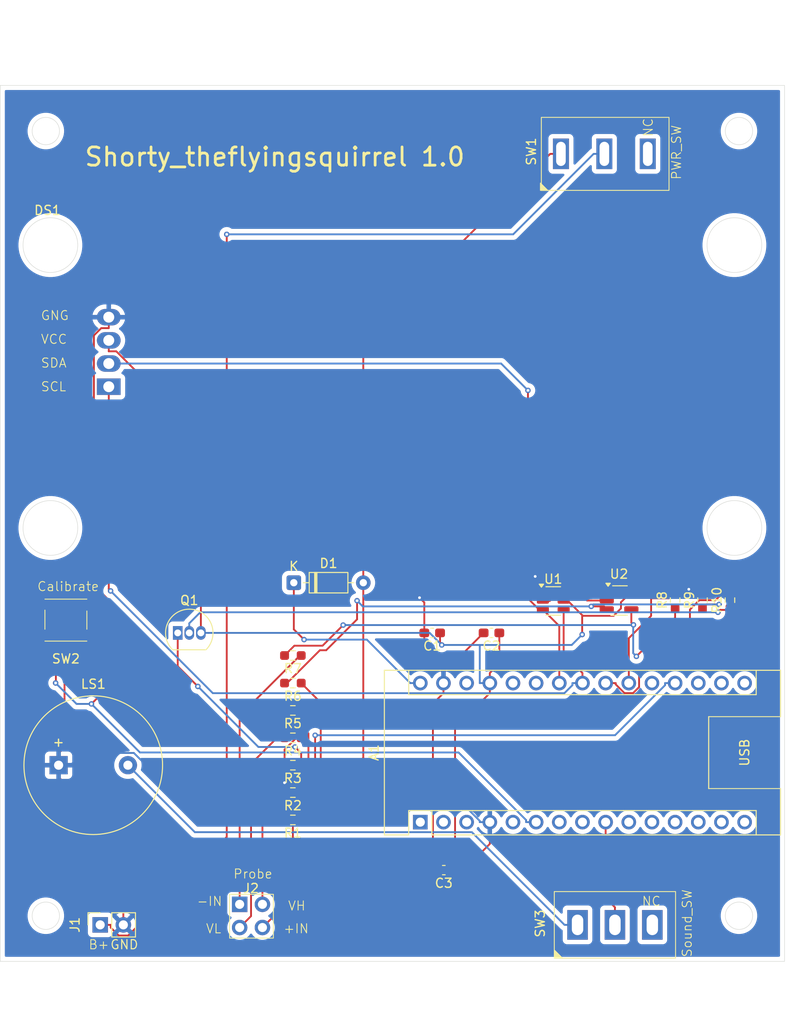
<source format=kicad_pcb>
(kicad_pcb (version 20241229) (generator "pcbnew") (generator_version "9.0")
  (layers (0 "F.Cu" signal) (2 "B.Cu" signal) (13 "F.Paste" user) (15 "B.Paste" user) (5 "F.SilkS" user "F.Silkscreen") (7 "B.SilkS" user "B.Silkscreen") (1 "F.Mask" user) (3 "B.Mask" user) (25 "Edge.Cuts" user))
  (net 0 "")
  (net 2 "Net-(A1-A5)")
  (net 5 "/PowerTrans")
  (net 6 "GND")
  (net 9 "/Vbat{slash}2")
  (net 16 "Net-(A1-D6)")
  (net 17 "Net-(A1-D3)")
  (net 18 "Net-(A1-VIN)")
  (net 21 "/VoutAOP")
  (net 23 "+5V")
  (net 24 "Net-(A1-A4)")
  (net 30 "Net-(D1-A)")
  (net 31 "Net-(J1-9V)")
  (net 32 "Net-(J2-Pad4)")
  (net 33 "Net-(J2-Pad2)")
  (net 34 "Net-(J2-Pad3)")
  (net 35 "Net-(J2-Pad1)")
  (net 36 "Net-(SW3-A)")
  (net 37 "Net-(Q1-B)")
  (net 38 "Net-(Q1-C)")
  (net 39 "Net-(U2-+IN)")
  (net 40 "Net-(U2--IN)")
  (footprint "MyFootPrint:SW_Push_1P1T_4.26" (layer "F.Cu") (at 101.7 88.6)
    (property "Reference" "SW2" (at 0 4.24 0) (layer "F.SilkS"))
    (property "Value" "Tactile_SWT PTS647" (hide yes))
    (fp_line (start -2.3 -2.3) (end 2.3 -2.3) (stroke (width 0.1)) (layer "F.SilkS"))
    (fp_line (start -2.3 1) (end -2.3 -1.1) (stroke (width 0.1)) (layer "F.SilkS"))
    (fp_line (start 2.3 -1) (end 2.3 1) (stroke (width 0.1)) (layer "F.SilkS"))
    (fp_line (start 2.3 2.3) (end -2.3 2.3) (stroke (width 0.1)) (layer "F.SilkS"))
    (pad "1" smd rect (at -2.8 -1.7) (size 2.8 1) (layers "F.Cu" "F.Mask" "F.Paste") (net 6 "GND"))
    (pad "1" smd rect (at 2.8 -1.6) (size 2.8 1) (layers "F.Cu" "F.Mask" "F.Paste") (net 6 "GND"))
    (pad "2" smd rect (at -2.8 1.6) (size 2.8 1) (layers "F.Cu" "F.Mask" "F.Paste") (net 17 "Net-(A1-D3)"))
    (pad "2" smd rect (at 2.8 1.6) (size 2.8 1) (layers "F.Cu" "F.Mask" "F.Paste") (net 17 "Net-(A1-D3)"))
  )
  (footprint "Resistor_SMD:R_0603_1608Metric_Pad0.98x0.95mm_HandSolder" (layer "F.Cu") (at 168.5 86.4125 90)
    (property "Reference" "R8" (at 0 -1.43 90) (layer "F.SilkS"))
    (property "Value" "27k 1% 0603")
    (fp_line (start -0.254724 -0.5225) (end 0.254724 -0.5225) (stroke (width 0.12)) (layer "F.SilkS"))
    (fp_line (start -0.254724 0.5225) (end 0.254724 0.5225) (stroke (width 0.12)) (layer "F.SilkS"))
    (pad "1" smd roundrect (at -0.9125 0 90) (size 0.975 0.95) (layers "F.Cu" "F.Mask" "F.Paste") (net 40 "Net-(U2--IN)"))
    (pad "2" smd roundrect (at 0.9125 0 90) (size 0.975 0.95) (layers "F.Cu" "F.Mask" "F.Paste") (net 21 "/VoutAOP"))
  )
  (footprint "Package_TO_SOT_THT:TO-92_Inline" (layer "F.Cu") (at 113.96 90)
    (property "Reference" "Q1" (at 1.27 -3.56 0) (layer "F.SilkS"))
    (property "Value" "BC557 TO72")
    (fp_line (start -0.53 1.85) (end 3.07 1.85) (stroke (width 0.12)) (layer "F.SilkS"))
    (fp_arc (start -0.568478 1.838478) (mid -1.132087 -0.994977) (end 1.27 -2.6) (stroke (width 0.12)) (layer "F.SilkS"))
    (fp_arc (start 1.27 -2.6) (mid 3.672087 -0.994977) (end 3.108478 1.838478) (stroke (width 0.12)) (layer "F.SilkS"))
    (pad "1" thru_hole rect (at 0 0) (size 1.05 1.5) (drill 0.75) (layers "*.Cu" "*.Mask") (net 38 "Net-(Q1-C)"))
    (pad "2" thru_hole oval (at 1.27 0) (size 1.05 1.5) (drill 0.75) (layers "*.Cu" "*.Mask") (net 37 "Net-(Q1-B)"))
    (pad "3" thru_hole oval (at 2.54 0) (size 1.05 1.5) (drill 0.75) (layers "*.Cu" "*.Mask") (net 23 "+5V"))
  )
  (footprint "Capacitor_SMD:C_0603_1608Metric_Pad1.08x0.95mm_HandSolder" (layer "F.Cu") (at 148.3625 90 180)
    (property "Reference" "C2" (at 0 -1.43 0) (layer "F.SilkS"))
    (property "Value" "10u 16V 0603")
    (fp_line (start -0.146267 0.51) (end 0.146267 0.51) (stroke (width 0.12)) (layer "F.SilkS"))
    (fp_line (start -0.146267 -0.51) (end 0.146267 -0.51) (stroke (width 0.12)) (layer "F.SilkS"))
    (pad "1" smd roundrect (at -0.8625 0 180) (size 1.075 0.95) (layers "F.Cu" "F.Mask" "F.Paste") (net 23 "+5V"))
    (pad "2" smd roundrect (at 0.8625 0 180) (size 1.075 0.95) (layers "F.Cu" "F.Mask" "F.Paste") (net 6 "GND"))
  )
  (footprint "Resistor_SMD:R_0603_1608Metric_Pad0.98x0.95mm_HandSolder" (layer "F.Cu") (at 171.5 86.4125 90)
    (property "Reference" "R9" (at 0 -1.43 90) (layer "F.SilkS"))
    (property "Value" "27k 1% 0603")
    (fp_line (start -0.254724 -0.5225) (end 0.254724 -0.5225) (stroke (width 0.12)) (layer "F.SilkS"))
    (fp_line (start -0.254724 0.5225) (end 0.254724 0.5225) (stroke (width 0.12)) (layer "F.SilkS"))
    (pad "1" smd roundrect (at -0.9125 0 90) (size 0.975 0.95) (layers "F.Cu" "F.Mask" "F.Paste") (net 39 "Net-(U2-+IN)"))
    (pad "2" smd roundrect (at 0.9125 0 90) (size 0.975 0.95) (layers "F.Cu" "F.Mask" "F.Paste") (net 6 "GND"))
  )
  (footprint "MyFootPrint:SW_slide_1x03_P2.54mm_Vertical" (layer "F.Cu") (at 154.8 126 90)
    (property "Reference" "SW3" (at 4.15 -1.1 90) (layer "F.SilkS"))
    (property "Value" "Slide_SWT SS-12D06 3-pin")
    (fp_rect (start 0.35 0.45) (end 7.65 13.75) (stroke (width 0.1)) (fill no) (layer "F.SilkS"))
    (fp_poly (pts (xy 0.4 0.5) (xy 0.4 1.3) (xy 1.2 0.5)) (stroke (width 0.1)) (fill yes) (layer "F.SilkS"))
    (fp_text user "NC" (at 6 10 0) (layer "F.SilkS") (effects (font (thickness 0.1)) (justify left bottom)))
    (fp_text user "Sound_SW" (at 0.4 15.6 90) (layer "F.SilkS") (effects (font (thickness 0.1)) (justify left bottom)))
    (pad "1" thru_hole rect (at 4 3 90) (size 3.25 2.25) (drill oval 2.25 1.25) (layers "*.Cu" "*.Mask") (net 36 "Net-(SW3-A)"))
    (pad "2" thru_hole rect (at 4 7.1 90) (size 3.25 2.25) (drill oval 2.25 1.25) (layers "*.Cu" "*.Mask") (net 16 "Net-(A1-D6)"))
    (pad "3" thru_hole rect (at 4 11.2 90) (size 3.25 2.25) (drill oval 2.25 1.25) (layers "*.Cu" "*.Mask"))
  )
  (footprint "Resistor_SMD:R_0603_1608Metric_Pad0.98x0.95mm_HandSolder" (layer "F.Cu") (at 126.5875 107.5 180)
    (property "Reference" "R2" (at 0 -1.43 0) (layer "F.SilkS"))
    (property "Value" "1k 1% 0603")
    (fp_line (start -0.254724 0.5225) (end 0.254724 0.5225) (stroke (width 0.12)) (layer "F.SilkS"))
    (fp_line (start -0.254724 -0.5225) (end 0.254724 -0.5225) (stroke (width 0.12)) (layer "F.SilkS"))
    (pad "1" smd roundrect (at -0.9125 0 180) (size 0.975 0.95) (layers "F.Cu" "F.Mask" "F.Paste") (net 9 "/Vbat{slash}2"))
    (pad "2" smd roundrect (at 0.9125 0 180) (size 0.975 0.95) (layers "F.Cu" "F.Mask" "F.Paste") (net 6 "GND"))
  )
  (footprint "Resistor_SMD:R_0603_1608Metric_Pad0.98x0.95mm_HandSolder" (layer "F.Cu") (at 126.5875 95.5 180)
    (property "Reference" "R6" (at 0 -1.43 0) (layer "F.SilkS"))
    (property "Value" "1k 1% 0603")
    (fp_line (start -0.254724 0.5225) (end 0.254724 0.5225) (stroke (width 0.12)) (layer "F.SilkS"))
    (fp_line (start -0.254724 -0.5225) (end 0.254724 -0.5225) (stroke (width 0.12)) (layer "F.SilkS"))
    (pad "1" smd roundrect (at -0.9125 0 180) (size 0.975 0.95) (layers "F.Cu" "F.Mask" "F.Paste") (net 32 "Net-(J2-Pad4)"))
    (pad "2" smd roundrect (at 0.9125 0 180) (size 0.975 0.95) (layers "F.Cu" "F.Mask" "F.Paste") (net 39 "Net-(U2-+IN)"))
  )
  (footprint "Resistor_SMD:R_0603_1608Metric_Pad0.98x0.95mm_HandSolder" (layer "F.Cu") (at 174.51 86.4125 90)
    (property "Reference" "R10" (at 0 -1.43 90) (layer "F.SilkS"))
    (property "Value" "2k 1% 0603")
    (fp_line (start -0.254724 -0.5225) (end 0.254724 -0.5225) (stroke (width 0.12)) (layer "F.SilkS"))
    (fp_line (start -0.254724 0.5225) (end 0.254724 0.5225) (stroke (width 0.12)) (layer "F.SilkS"))
    (pad "1" smd roundrect (at -0.9125 0 90) (size 0.975 0.95) (layers "F.Cu" "F.Mask" "F.Paste") (net 37 "Net-(Q1-B)"))
    (pad "2" smd roundrect (at 0.9125 0 90) (size 0.975 0.95) (layers "F.Cu" "F.Mask" "F.Paste") (net 5 "/PowerTrans"))
  )
  (footprint "MyFootPrint:WC1602A_I2C" (layer "F.Cu") (at 105.5005 47.4993)
    (property "Reference" "DS1" (at -5.82 -3.81 0) (layer "F.SilkS"))
    (property "Value" "WC1602_I2C")
    (fp_text user "SDA" (at -6.6 13.5 0) (layer "F.SilkS") (effects (font (thickness 0.1)) (justify left bottom)))
    (fp_text user "VCC" (at -6.6 10.9 0) (layer "F.SilkS") (effects (font (thickness 0.1)) (justify left bottom)))
    (fp_text user "GNG" (at -6.6 8.3 0) (layer "F.SilkS") (effects (font (thickness 0.1)) (justify left bottom)))
    (fp_text user "SCL" (at -6.6 16.1 0) (layer "F.SilkS") (effects (font (thickness 0.1)) (justify left bottom)))
    (pad "1" thru_hole rect (at 0.9 15.52 90) (size 1.8 2.6) (drill 1.2) (layers "*.Cu" "*.Mask") (net 24 "Net-(A1-A4)"))
    (pad "2" thru_hole oval (at 0.9 12.98 90) (size 1.8 2.6) (drill 1.2) (layers "*.Cu" "*.Mask") (net 2 "Net-(A1-A5)"))
    (pad "3" thru_hole oval (at 0.9 10.44 90) (size 1.8 2.6) (drill 1.2) (layers "*.Cu" "*.Mask") (net 23 "+5V"))
    (pad "4" thru_hole oval (at 0.9 7.9 90) (size 1.8 2.6) (drill 1.2) (layers "*.Cu" "*.Mask") (net 6 "GND"))
  )
  (footprint "MyFootPrint:SW_toggle_1x03_P2.54mm_Vertical" (layer "F.Cu") (at 153.73 41.5 90)
    (property "Reference" "SW1" (at 4.25 -1 90) (layer "F.SilkS"))
    (property "Value" "Toggle_SWT MTS-103 AC 125V/6A 250V/3A")
    (fp_rect (start 0 0.1) (end 8 14.1) (stroke (width 0.1)) (fill no) (layer "F.SilkS"))
    (fp_poly (pts (xy 0 0) (xy 0 0.8) (xy 0.8 0)) (stroke (width 0.1)) (fill yes) (layer "F.SilkS"))
    (fp_text user "NC" (at 5.8 12.4 90) (layer "F.SilkS") (effects (font (thickness 0.1)) (justify left bottom)))
    (fp_text user "PWR_SW" (at 1.1 15.5 90) (layer "F.SilkS") (effects (font (thickness 0.1)) (justify left bottom)))
    (pad "1" thru_hole rect (at 4 2.25 90) (size 3.35 1.75) (drill oval 2.65 1.05) (layers "*.Cu" "*.Mask") (net 30 "Net-(D1-A)"))
    (pad "2" thru_hole rect (at 4 7.01 90) (size 3.35 1.75) (drill oval 2.65 1.05) (layers "*.Cu" "*.Mask") (net 31 "Net-(J1-9V)"))
    (pad "3" thru_hole rect (at 4 11.77 90) (size 3.35 1.75) (drill oval 2.65 1.05) (layers "*.Cu" "*.Mask"))
  )
  (footprint "MyFootPrint:Arduino_Nano_USB_nosilkscreen" (layer "F.Cu") (at 140.56 110.74 90)
    (property "Reference" "A1" (at 7.62 -5.08 90) (layer "F.SilkS"))
    (property "Value" "Arduino_Nano_v3.x")
    (fp_line (start 16.64 -3.94) (end -1.4 -3.94) (stroke (width 0.12)) (layer "F.SilkS"))
    (fp_line (start -1.4 -3.94) (end -1.4 -1.27) (stroke (width 0.12)) (layer "F.SilkS"))
    (fp_line (start 13.97 -1.27) (end 16.64 -1.27) (stroke (width 0.12)) (layer "F.SilkS"))
    (fp_line (start 13.97 -1.27) (end 13.97 36.83) (stroke (width 0.12)) (layer "F.SilkS"))
    (fp_line (start 1.27 -1.27) (end -1.4 -1.27) (stroke (width 0.12)) (layer "F.SilkS"))
    (fp_line (start 1.27 1.27) (end 1.27 -1.27) (stroke (width 0.12)) (layer "F.SilkS"))
    (fp_line (start 1.27 1.27) (end -1.4 1.27) (stroke (width 0.12)) (layer "F.SilkS"))
    (fp_line (start 1.27 1.27) (end 1.27 36.83) (stroke (width 0.12)) (layer "F.SilkS"))
    (fp_line (start -1.4 1.27) (end -1.4 39.5) (stroke (width 0.12)) (layer "F.SilkS"))
    (fp_line (start 11.56 31.62) (end 11.56 39.5) (stroke (width 0.1)) (layer "F.SilkS"))
    (fp_line (start 3.68 31.62) (end 11.56 31.62) (stroke (width 0.12)) (layer "F.SilkS"))
    (fp_line (start 3.68 31.62) (end 3.68 39.5) (stroke (width 0.1)) (layer "F.SilkS"))
    (fp_line (start 13.97 36.83) (end 16.64 36.83) (stroke (width 0.12)) (layer "F.SilkS"))
    (fp_line (start 1.27 36.83) (end -1.4 36.83) (stroke (width 0.12)) (layer "F.SilkS"))
    (fp_line (start 16.64 39.5) (end 16.64 -3.94) (stroke (width 0.12)) (layer "F.SilkS"))
    (fp_line (start 16.64 39.5) (end 11.56 39.5) (stroke (width 0.12)) (layer "F.SilkS"))
    (fp_line (start -1.4 39.5) (end 3.68 39.5) (stroke (width 0.12)) (layer "F.SilkS"))
    (fp_text user "USB" (at 7.62 35.56 90) (layer "F.SilkS"))
    (pad "1" thru_hole rect (at 0 0 90) (size 1.6 1.6) (drill 1) (layers "*.Cu" "*.Mask"))
    (pad "2" thru_hole oval (at 0 2.54 90) (size 1.6 1.6) (drill 1) (layers "*.Cu" "*.Mask"))
    (pad "3" thru_hole oval (at 0 5.08 90) (size 1.6 1.6) (drill 1) (layers "*.Cu" "*.Mask"))
    (pad "4" thru_hole oval (at 0 7.62 90) (size 1.6 1.6) (drill 1) (layers "*.Cu" "*.Mask") (net 6 "GND"))
    (pad "5" thru_hole oval (at 0 10.16 90) (size 1.6 1.6) (drill 1) (layers "*.Cu" "*.Mask"))
    (pad "6" thru_hole oval (at 0 12.7 90) (size 1.6 1.6) (drill 1) (layers "*.Cu" "*.Mask") (net 17 "Net-(A1-D3)"))
    (pad "7" thru_hole oval (at 0 15.24 90) (size 1.6 1.6) (drill 1) (layers "*.Cu" "*.Mask"))
    (pad "8" thru_hole oval (at 0 17.78 90) (size 1.6 1.6) (drill 1) (layers "*.Cu" "*.Mask"))
    (pad "9" thru_hole oval (at 0 20.32 90) (size 1.6 1.6) (drill 1) (layers "*.Cu" "*.Mask") (net 16 "Net-(A1-D6)"))
    (pad "10" thru_hole oval (at 0 22.86 90) (size 1.6 1.6) (drill 1) (layers "*.Cu" "*.Mask"))
    (pad "11" thru_hole oval (at 0 25.4 90) (size 1.6 1.6) (drill 1) (layers "*.Cu" "*.Mask"))
    (pad "12" thru_hole oval (at 0 27.94 90) (size 1.6 1.6) (drill 1) (layers "*.Cu" "*.Mask"))
    (pad "13" thru_hole oval (at 0 30.48 90) (size 1.6 1.6) (drill 1) (layers "*.Cu" "*.Mask"))
    (pad "14" thru_hole oval (at 0 33.02 90) (size 1.6 1.6) (drill 1) (layers "*.Cu" "*.Mask"))
    (pad "15" thru_hole oval (at 0 35.56 90) (size 1.6 1.6) (drill 1) (layers "*.Cu" "*.Mask"))
    (pad "16" thru_hole oval (at 15.24 35.56 90) (size 1.6 1.6) (drill 1) (layers "*.Cu" "*.Mask"))
    (pad "17" thru_hole oval (at 15.24 33.02 90) (size 1.6 1.6) (drill 1) (layers "*.Cu" "*.Mask"))
    (pad "18" thru_hole oval (at 15.24 30.48 90) (size 1.6 1.6) (drill 1) (layers "*.Cu" "*.Mask"))
    (pad "19" thru_hole oval (at 15.24 27.94 90) (size 1.6 1.6) (drill 1) (layers "*.Cu" "*.Mask") (net 9 "/Vbat{slash}2"))
    (pad "20" thru_hole oval (at 15.24 25.4 90) (size 1.6 1.6) (drill 1) (layers "*.Cu" "*.Mask"))
    (pad "21" thru_hole oval (at 15.24 22.86 90) (size 1.6 1.6) (drill 1) (layers "*.Cu" "*.Mask") (net 21 "/VoutAOP"))
    (pad "22" thru_hole oval (at 15.24 20.32 90) (size 1.6 1.6) (drill 1) (layers "*.Cu" "*.Mask") (net 5 "/PowerTrans"))
    (pad "23" thru_hole oval (at 15.24 17.78 90) (size 1.6 1.6) (drill 1) (layers "*.Cu" "*.Mask") (net 24 "Net-(A1-A4)"))
    (pad "24" thru_hole oval (at 15.24 15.24 90) (size 1.6 1.6) (drill 1) (layers "*.Cu" "*.Mask") (net 2 "Net-(A1-A5)"))
    (pad "25" thru_hole oval (at 15.24 12.7 90) (size 1.6 1.6) (drill 1) (layers "*.Cu" "*.Mask"))
    (pad "26" thru_hole oval (at 15.24 10.16 90) (size 1.6 1.6) (drill 1) (layers "*.Cu" "*.Mask"))
    (pad "27" thru_hole oval (at 15.24 7.62 90) (size 1.6 1.6) (drill 1) (layers "*.Cu" "*.Mask") (net 23 "+5V"))
    (pad "28" thru_hole oval (at 15.24 5.08 90) (size 1.6 1.6) (drill 1) (layers "*.Cu" "*.Mask"))
    (pad "29" thru_hole oval (at 15.24 2.54 90) (size 1.6 1.6) (drill 1) (layers "*.Cu" "*.Mask") (net 6 "GND"))
    (pad "30" thru_hole oval (at 15.24 0 90) (size 1.6 1.6) (drill 1) (layers "*.Cu" "*.Mask") (net 18 "Net-(A1-VIN)"))
  )
  (footprint "Resistor_SMD:R_0603_1608Metric_Pad0.98x0.95mm_HandSolder" (layer "F.Cu") (at 126.5875 98.5 180)
    (property "Reference" "R5" (at 0 -1.43 0) (layer "F.SilkS"))
    (property "Value" "1 1% 0603")
    (fp_line (start -0.254724 0.5225) (end 0.254724 0.5225) (stroke (width 0.12)) (layer "F.SilkS"))
    (fp_line (start -0.254724 -0.5225) (end 0.254724 -0.5225) (stroke (width 0.12)) (layer "F.SilkS"))
    (pad "1" smd roundrect (at -0.9125 0 180) (size 0.975 0.95) (layers "F.Cu" "F.Mask" "F.Paste") (net 33 "Net-(J2-Pad2)"))
    (pad "2" smd roundrect (at 0.9125 0 180) (size 0.975 0.95) (layers "F.Cu" "F.Mask" "F.Paste") (net 6 "GND"))
  )
  (footprint "Package_TO_SOT_SMD:SOT-23-5_HandSoldering" (layer "F.Cu") (at 162.35 86.45)
    (property "Reference" "U2" (at 0 -2.9 0) (layer "F.SilkS"))
    (property "Value" "AD8628")
    (fp_line (start -0.9 1.61) (end 0.9 1.61) (stroke (width 0.12)) (layer "F.SilkS"))
    (fp_line (start 0.1 -1.61) (end -0.7 -1.61) (stroke (width 0.12)) (layer "F.SilkS"))
    (fp_line (start 0.1 -1.61) (end 0.9 -1.61) (stroke (width 0.12)) (layer "F.SilkS"))
    (fp_poly (pts (xy -1.2 -1.56) (xy -1.44 -1.89) (xy -0.96 -1.89) (xy -1.2 -1.56)) (stroke (width 0.12)) (fill yes) (layer "F.SilkS"))
    (pad "1" smd roundrect (at -1.35 -0.95) (size 1.56 0.65) (layers "F.Cu" "F.Mask" "F.Paste") (net 21 "/VoutAOP"))
    (pad "2" smd roundrect (at -1.35 0) (size 1.56 0.65) (layers "F.Cu" "F.Mask" "F.Paste") (net 6 "GND"))
    (pad "3" smd roundrect (at -1.35 0.95) (size 1.56 0.65) (layers "F.Cu" "F.Mask" "F.Paste") (net 39 "Net-(U2-+IN)"))
    (pad "4" smd roundrect (at 1.35 0.95) (size 1.56 0.65) (layers "F.Cu" "F.Mask" "F.Paste") (net 40 "Net-(U2--IN)"))
    (pad "5" smd roundrect (at 1.35 -0.95) (size 1.56 0.65) (layers "F.Cu" "F.Mask" "F.Paste") (net 23 "+5V"))
  )
  (footprint "MyFootPrint:PinSocket_1x02_P2.54mm_Vertical_NoModel" (layer "F.Cu") (at 105.46 122 90)
    (property "Reference" "J1" (at 0 -2.77 90) (layer "F.SilkS"))
    (property "Value" "9V Bat")
    (fp_line (start 1.33 -1.33) (end 1.33 0) (stroke (width 0.12)) (layer "F.SilkS"))
    (fp_line (start 0 -1.33) (end 1.33 -1.33) (stroke (width 0.12)) (layer "F.SilkS"))
    (fp_line (start 1.33 1.27) (end 1.33 3.87) (stroke (width 0.12)) (layer "F.SilkS"))
    (fp_line (start -1.33 1.27) (end 1.33 1.27) (stroke (width 0.12)) (layer "F.SilkS"))
    (fp_line (start -1.33 1.27) (end -1.33 3.87) (stroke (width 0.12)) (layer "F.SilkS"))
    (fp_line (start -1.33 3.87) (end 1.33 3.87) (stroke (width 0.12)) (layer "F.SilkS"))
    (pad "1" thru_hole rect (at 0 0 90) (size 1.7 1.7) (drill 1) (layers "*.Cu" "*.Mask") (net 31 "Net-(J1-9V)"))
    (pad "2" thru_hole circle (at 0 2.54 90) (size 1.7 1.7) (drill 1) (layers "*.Cu" "*.Mask") (net 6 "GND"))
  )
  (footprint "Capacitor_SMD:C_0603_1608Metric_Pad1.08x0.95mm_HandSolder" (layer "F.Cu") (at 143.1375 116 180)
    (property "Reference" "C3" (at 0 -1.43 0) (layer "F.SilkS"))
    (property "Value" "10u 16V 0603")
    (fp_line (start -0.146267 0.51) (end 0.146267 0.51) (stroke (width 0.12)) (layer "F.SilkS"))
    (fp_line (start -0.146267 -0.51) (end 0.146267 -0.51) (stroke (width 0.12)) (layer "F.SilkS"))
    (pad "1" smd roundrect (at -0.8625 0 180) (size 1.075 0.95) (layers "F.Cu" "F.Mask" "F.Paste") (net 23 "+5V"))
    (pad "2" smd roundrect (at 0.8625 0 180) (size 1.075 0.95) (layers "F.Cu" "F.Mask" "F.Paste") (net 6 "GND"))
  )
  (footprint "Resistor_SMD:R_0603_1608Metric_Pad0.98x0.95mm_HandSolder" (layer "F.Cu") (at 126.5875 101.5 180)
    (property "Reference" "R4" (at 0 -1.43 0) (layer "F.SilkS"))
    (property "Value" "2 1% 0603")
    (fp_line (start -0.254724 0.5225) (end 0.254724 0.5225) (stroke (width 0.12)) (layer "F.SilkS"))
    (fp_line (start -0.254724 -0.5225) (end 0.254724 -0.5225) (stroke (width 0.12)) (layer "F.SilkS"))
    (pad "1" smd roundrect (at -0.9125 0 180) (size 0.975 0.95) (layers "F.Cu" "F.Mask" "F.Paste") (net 34 "Net-(J2-Pad3)"))
    (pad "2" smd roundrect (at 0.9125 0 180) (size 0.975 0.95) (layers "F.Cu" "F.Mask" "F.Paste") (net 33 "Net-(J2-Pad2)"))
  )
  (footprint "Resistor_SMD:R_0603_1608Metric_Pad0.98x0.95mm_HandSolder" (layer "F.Cu") (at 126.5875 104.5 180)
    (property "Reference" "R3" (at 0 -1.43 0) (layer "F.SilkS"))
    (property "Value" "82 1% 0603")
    (fp_line (start -0.254724 0.5225) (end 0.254724 0.5225) (stroke (width 0.12)) (layer "F.SilkS"))
    (fp_line (start -0.254724 -0.5225) (end 0.254724 -0.5225) (stroke (width 0.12)) (layer "F.SilkS"))
    (pad "1" smd roundrect (at -0.9125 0 180) (size 0.975 0.95) (layers "F.Cu" "F.Mask" "F.Paste") (net 38 "Net-(Q1-C)"))
    (pad "2" smd roundrect (at 0.9125 0 180) (size 0.975 0.95) (layers "F.Cu" "F.Mask" "F.Paste") (net 34 "Net-(J2-Pad3)"))
  )
  (footprint "Resistor_SMD:R_0603_1608Metric_Pad0.98x0.95mm_HandSolder" (layer "F.Cu") (at 126.5875 92.48 180)
    (property "Reference" "R7" (at 0 -1.43 0) (layer "F.SilkS"))
    (property "Value" "1k 1% 0603")
    (fp_line (start -0.254724 0.5225) (end 0.254724 0.5225) (stroke (width 0.12)) (layer "F.SilkS"))
    (fp_line (start -0.254724 -0.5225) (end 0.254724 -0.5225) (stroke (width 0.12)) (layer "F.SilkS"))
    (pad "1" smd roundrect (at -0.9125 0 180) (size 0.975 0.95) (layers "F.Cu" "F.Mask" "F.Paste") (net 35 "Net-(J2-Pad1)"))
    (pad "2" smd roundrect (at 0.9125 0 180) (size 0.975 0.95) (layers "F.Cu" "F.Mask" "F.Paste") (net 40 "Net-(U2--IN)"))
  )
  (footprint "Resistor_SMD:R_0603_1608Metric_Pad0.98x0.95mm_HandSolder" (layer "F.Cu") (at 126.5875 110.5 180)
    (property "Reference" "R1" (at 0 -1.43 0) (layer "F.SilkS"))
    (property "Value" "1k 1% 0603")
    (fp_line (start -0.254724 0.5225) (end 0.254724 0.5225) (stroke (width 0.12)) (layer "F.SilkS"))
    (fp_line (start -0.254724 -0.5225) (end 0.254724 -0.5225) (stroke (width 0.12)) (layer "F.SilkS"))
    (pad "1" smd roundrect (at -0.9125 0 180) (size 0.975 0.95) (layers "F.Cu" "F.Mask" "F.Paste") (net 30 "Net-(D1-A)"))
    (pad "2" smd roundrect (at 0.9125 0 180) (size 0.975 0.95) (layers "F.Cu" "F.Mask" "F.Paste") (net 9 "/Vbat{slash}2"))
  )
  (footprint "Capacitor_SMD:C_0603_1608Metric_Pad1.08x0.95mm_HandSolder" (layer "F.Cu") (at 141.8625 90 180)
    (property "Reference" "C1" (at 0 -1.43 0) (layer "F.SilkS"))
    (property "Value" "100n 50V 0603")
    (fp_line (start -0.146267 0.51) (end 0.146267 0.51) (stroke (width 0.12)) (layer "F.SilkS"))
    (fp_line (start -0.146267 -0.51) (end 0.146267 -0.51) (stroke (width 0.12)) (layer "F.SilkS"))
    (pad "1" smd roundrect (at -0.8625 0 180) (size 1.075 0.95) (layers "F.Cu" "F.Mask" "F.Paste") (net 23 "+5V"))
    (pad "2" smd roundrect (at 0.8625 0 180) (size 1.075 0.95) (layers "F.Cu" "F.Mask" "F.Paste") (net 6 "GND"))
  )
  (footprint "Diode_THT:D_DO-35_SOD27_P7.62mm_Horizontal" (layer "F.Cu") (at 126.69 84.5)
    (property "Reference" "D1" (at 3.81 -2.12 0) (layer "F.SilkS"))
    (property "Value" "1N4148")
    (fp_line (start 1.04 0) (end 1.69 0) (stroke (width 0.12)) (layer "F.SilkS"))
    (fp_line (start 2.29 -1.12) (end 2.29 1.12) (stroke (width 0.12)) (layer "F.SilkS"))
    (fp_line (start 2.41 -1.12) (end 2.41 1.12) (stroke (width 0.12)) (layer "F.SilkS"))
    (fp_line (start 2.53 -1.12) (end 2.53 1.12) (stroke (width 0.12)) (layer "F.SilkS"))
    (fp_line (start 6.58 0) (end 5.93 0) (stroke (width 0.12)) (layer "F.SilkS"))
    (fp_rect (start 1.69 -1.12) (end 5.93 1.12) (stroke (width 0.12)) (fill no) (layer "F.SilkS"))
    (fp_text user "K" (at 0 -1.8 0) (layer "F.SilkS"))
    (pad "1" thru_hole roundrect (at 0 0) (size 1.6 1.6) (drill 0.8) (layers "*.Cu" "*.Mask") (roundrect_rratio 0.15625) (net 18 "Net-(A1-VIN)"))
    (pad "2" thru_hole circle (at 7.62 0) (size 1.6 1.6) (drill 0.8) (layers "*.Cu" "*.Mask") (net 30 "Net-(D1-A)"))
  )
  (footprint "Buzzer_Beeper:Buzzer_15x7.5RM7.6" (layer "F.Cu") (at 100.9 104.5)
    (property "Reference" "LS1" (at 3.81 -8.89 0) (layer "F.SilkS"))
    (property "Value" "Buzzer_15x7.5RM7.6")
    (fp_circle (center 3.8 0) (end 11.4 0) (stroke (width 0.12)) (fill no) (layer "F.SilkS"))
    (fp_text user "+" (at -0.01 -2.54 0) (layer "F.SilkS"))
    (pad "1" thru_hole rect (at 0 0) (size 2 2) (drill 1) (layers "*.Cu" "*.Mask") (net 6 "GND"))
    (pad "2" thru_hole circle (at 7.6 0) (size 2 2) (drill 1) (layers "*.Cu" "*.Mask") (net 36 "Net-(SW3-A)"))
  )
  (footprint "Package_TO_SOT_SMD:SOT-23-6" (layer "F.Cu") (at 155.1375 86.5)
    (property "Reference" "U1" (at 0 -2.4 0) (layer "F.SilkS"))
    (property "Value" "MCP3421A0T-ECH")
    (fp_line (start 0 -1.56) (end -0.8 -1.56) (stroke (width 0.12)) (layer "F.SilkS"))
    (fp_line (start 0 -1.56) (end 0.8 -1.56) (stroke (width 0.12)) (layer "F.SilkS"))
    (fp_line (start 0 1.56) (end -0.8 1.56) (stroke (width 0.12)) (layer "F.SilkS"))
    (fp_line (start 0 1.56) (end 0.8 1.56) (stroke (width 0.12)) (layer "F.SilkS"))
    (fp_poly (pts (xy -1.3 -1.51) (xy -1.54 -1.84) (xy -1.06 -1.84)) (stroke (width 0.12)) (fill yes) (layer "F.SilkS"))
    (pad "1" smd roundrect (at -1.1375 -0.95) (size 1.325 0.6) (layers "F.Cu" "F.Mask" "F.Paste") (net 21 "/VoutAOP"))
    (pad "2" smd roundrect (at -1.1375 0) (size 1.325 0.6) (layers "F.Cu" "F.Mask" "F.Paste") (net 6 "GND"))
    (pad "3" smd roundrect (at -1.1375 0.95) (size 1.325 0.6) (layers "F.Cu" "F.Mask" "F.Paste") (net 2 "Net-(A1-A5)"))
    (pad "4" smd roundrect (at 1.1375 0.95) (size 1.325 0.6) (layers "F.Cu" "F.Mask" "F.Paste") (net 24 "Net-(A1-A4)"))
    (pad "5" smd roundrect (at 1.1375 0) (size 1.325 0.6) (layers "F.Cu" "F.Mask" "F.Paste") (net 23 "+5V"))
    (pad "6" smd roundrect (at 1.1375 -0.95) (size 1.325 0.6) (layers "F.Cu" "F.Mask" "F.Paste") (net 6 "GND"))
  )
  (footprint "MyFootPrint:PinHeader_1x04_P2.54mm_Square" (layer "F.Cu") (at 120.75 119.75)
    (property "Reference" "J2" (at 1.25 -1.75 0) (layer "F.SilkS"))
    (property "Value" "DIN-4_Probe GX16-4")
    (fp_rect (start -1.1 -1.1) (end 3.7 3.7) (stroke (width 0.1)) (fill no) (layer "F.SilkS"))
    (pad "1" thru_hole rect (at 0 0) (size 1.7 1.7) (drill 1) (layers "*.Cu" "*.Mask") (net 35 "Net-(J2-Pad1)"))
    (pad "2" thru_hole circle (at 0 2.54) (size 1.7 1.7) (drill 1) (layers "*.Cu" "*.Mask") (net 33 "Net-(J2-Pad2)"))
    (pad "3" thru_hole circle (at 2.5 0) (size 1.7 1.7) (drill 1) (layers "*.Cu" "*.Mask") (net 34 "Net-(J2-Pad3)"))
    (pad "4" thru_hole circle (at 2.5 2.54) (size 1.7 1.7) (drill 1) (layers "*.Cu" "*.Mask") (net 32 "Net-(J2-Pad4)"))
  )
  (gr_circle (center 175.5 121) (end 177 121) (stroke (width 0.05)) (fill no) (layer "Edge.Cuts"))
  (gr_circle (center 99.5 35) (end 101 35) (stroke (width 0.05)) (fill no) (layer "Edge.Cuts"))
  (gr_rect (start 94.5 30) (end 180.5 126) (stroke (width 0.05)) (fill no) (layer "Edge.Cuts"))
  (gr_circle (center 175 78.5) (end 178 78.5) (stroke (width 0.05)) (fill no) (layer "Edge.Cuts"))
  (gr_circle (center 175.5 35) (end 177 35) (stroke (width 0.05)) (fill no) (layer "Edge.Cuts"))
  (gr_circle (center 175 47.5) (end 178 47.5) (stroke (width 0.05)) (fill no) (layer "Edge.Cuts"))
  (gr_circle (center 100 47.5) (end 103 47.5) (stroke (width 0.05)) (fill no) (layer "Edge.Cuts"))
  (gr_circle (center 100 78.5) (end 103 78.5) (stroke (width 0.05)) (fill no) (layer "Edge.Cuts"))
  (gr_circle (center 99.5 121) (end 101 121) (stroke (width 0.05)) (fill no) (layer "Edge.Cuts"))
  (gr_text "Shorty_theflyingsquirrel 1.0" (at 103.6 39 0) (layer "F.SilkS") (effects (font (size 2 2) (thickness 0.3)) (justify left bottom)))
  (gr_text "VH" (at 126 120.5 0) (layer "F.SilkS") (effects (font (size 1 1) (thickness 0.1)) (justify left bottom)))
  (gr_text "+IN" (at 125.5 123 0) (layer "F.SilkS") (effects (font (size 1 1) (thickness 0.1)) (justify left bottom)))
  (gr_text "Probe" (at 120 117 0) (layer "F.SilkS") (effects (font (size 1 1) (thickness 0.1)) (justify left bottom)))
  (gr_text "GND" (at 106.5 124.75 0) (layer "F.SilkS") (effects (font (size 1 1) (thickness 0.125)) (justify left bottom)))
  (gr_text "-IN" (at 116 120 0) (layer "F.SilkS") (effects (font (size 1 1) (thickness 0.1)) (justify left bottom)))
  (gr_text "VL" (at 117 123 0) (layer "F.SilkS") (effects (font (size 1 1) (thickness 0.1)) (justify left bottom)))
  (gr_text "Calibrate" (at 98.5 85.5 0) (layer "F.SilkS") (effects (font (size 1 1) (thickness 0.1)) (justify left bottom)))
  (gr_text "B+" (at 104.13 124.75 0) (layer "F.SilkS") (effects (font (size 1 1) (thickness 0.1)) (justify left bottom)))
  (segment (start 155.8 89.25) (end 154 87.45) (width 0.2) (layer "F.Cu") (net 2))
  (segment (start 152.3638 86.2249) (end 153.5889 87.45) (width 0.2) (layer "F.Cu") (net 2))
  (segment (start 153.5889 87.45) (end 154 87.45) (width 0.2) (layer "F.Cu") (net 2))
  (segment (start 155.8 95.5) (end 155.8 89.25) (width 0.2) (layer "F.Cu") (net 2))
  (segment (start 152.3638 63.4232) (end 152.3638 86.2249) (width 0.2) (layer "F.Cu") (net 2))
  (via (at 152.3638 63.4232) (size 0.6) (drill 0.3) (layers "F.Cu" "B.Cu") (net 2))
  (segment (start 152.3638 63.4232) (end 149.4199 60.4793) (width 0.2) (layer "B.Cu") (net 2))
  (segment (start 149.4199 60.4793) (end 106.4005 60.4793) (width 0.2) (layer "B.Cu") (net 2))
  (segment (start 162.9456 96.6017) (end 161.9817 95.6378) (width 0.2) (layer "F.Cu") (net 5))
  (segment (start 161.9817 95.6378) (end 161.9817 95.5) (width 0.2) (layer "F.Cu") (net 5))
  (segment (start 170.1239 87.4448) (end 170.1239 88.3674) (width 0.2) (layer "F.Cu") (net 5))
  (segment (start 171.1562 86.4125) (end 170.1239 87.4448) (width 0.2) (layer "F.Cu") (net 5))
  (segment (start 160.88 95.5) (end 161.9817 95.5) (width 0.2) (layer "F.Cu") (net 5))
  (segment (start 172.9396 86.4125) (end 171.1562 86.4125) (width 0.2) (layer "F.Cu") (net 5))
  (segment (start 174.51 85.5) (end 173.8521 85.5) (width 0.2) (layer "F.Cu") (net 5))
  (segment (start 173.8521 85.5) (end 172.9396 86.4125) (width 0.2) (layer "F.Cu") (net 5))
  (segment (start 170.1239 88.3674) (end 164.5485 93.9428) (width 0.2) (layer "F.Cu") (net 5))
  (segment (start 164.5485 95.9384) (end 163.8852 96.6017) (width 0.2) (layer "F.Cu") (net 5))
  (segment (start 164.5485 93.9428) (end 164.5485 95.9384) (width 0.2) (layer "F.Cu") (net 5))
  (segment (start 163.8852 96.6017) (end 162.9456 96.6017) (width 0.2) (layer "F.Cu") (net 5))
  (segment (start 144.5213 116.7892) (end 143.0642 116.7892) (width 0.2) (layer "F.Cu") (net 6))
  (segment (start 100.9 105.1508) (end 100.9 105.8017) (width 0.2) (layer "F.Cu") (net 6))
  (segment (start 108 122) (end 108 112.9017) (width 0.2) (layer "F.Cu") (net 6))
  (segment (start 105.5743 56.601) (end 104.7686 57.4067) (width 0.2) (layer "F.Cu") (net 6))
  (segment (start 104.7686 57.4067) (end 104.7686 84.7652) (width 0.2) (layer "F.Cu") (net 6))
  (segment (start 125.6735 106.4211) (end 126.1429 106.8905) (width 0.2) (layer "F.Cu") (net 6))
  (segment (start 154.7519 86.5) (end 154 86.5) (width 0.2) (layer "F.Cu") (net 6))
  (segment (start 128.2942 101.0273) (end 125.7669 98.5) (width 0.2) (layer "F.Cu") (net 6))
  (segment (start 143.1 95.5) (end 143.1 96.6017) (width 0.2) (layer "F.Cu") (net 6))
  (segment (start 104.5 87) (end 106.2017 87) (width 0.2) (layer "F.Cu") (net 6))
  (segment (start 108 112.9017) (end 100.9 105.8017) (width 0.2) (layer "F.Cu") (net 6))
  (segment (start 106.2017 86.1983) (end 106.2017 87) (width 0.2) (layer "F.Cu") (net 6))
  (segment (start 98.9 86.9) (end 101.4492 86.9) (width 0.2) (layer "F.Cu") (net 6))
  (segment (start 125.7669 98.5) (end 125.675 98.5) (width 0.2) (layer "F.Cu") (net 6))
  (segment (start 141 90) (end 141 86.6679) (width 0.2) (layer "F.Cu") (net 6))
  (segment (start 156.275 85.55) (end 155.7019 85.55) (width 0.2) (layer "F.Cu") (net 6))
  (segment (start 101.4492 86.9) (end 101.5492 87) (width 0.2) (layer "F.Cu") (net 6))
  (segment (start 100.9 105.1508) (end 100.9 104.5) (width 0.2) (layer "F.Cu") (net 6))
  (segment (start 104.7686 84.7652) (end 106.2017 86.1983) (width 0.2) (layer "F.Cu") (net 6))
  (segment (start 153.0286 83.939) (end 153.0286 85.9251) (width 0.2) (layer "F.Cu") (net 6))
  (segment (start 142.275 116) (end 141.9415 115.6665) (width 0.2) (layer "F.Cu") (net 6))
  (segment (start 141.9415 97.7602) (end 143.1 96.6017) (width 0.2) (layer "F.Cu") (net 6))
  (segment (start 148.18 110.74) (end 148.18 113.1305) (width 0.2) (layer "F.Cu") (net 6))
  (segment (start 100.9 104.5) (end 100.9 103.1983) (width 0.2) (layer "F.Cu") (net 6))
  (segment (start 106.4005 56.601) (end 105.5743 56.601) (width 0.2) (layer "F.Cu") (net 6))
  (segment (start 126.1429 106.8905) (end 126.395 106.8905) (width 0.2) (layer "F.Cu") (net 6))
  (segment (start 100.9 103.1983) (end 101.5492 102.5491) (width 0.2) (layer "F.Cu") (net 6))
  (segment (start 153.6035 86.5) (end 154 86.5) (width 0.2) (layer "F.Cu") (net 6))
  (segment (start 157.9446 85.55) (end 158.8446 86.45) (width 0.2) (layer "F.Cu") (net 6))
  (segment (start 101.5492 87) (end 102.7983 87) (width 0.2) (layer "F.Cu") (net 6))
  (segment (start 141 86.6679) (end 140.4738 86.1417) (width 0.2) (layer "F.Cu") (net 6))
  (segment (start 141.9415 115.6665) (end 141.9415 97.7602) (width 0.2) (layer "F.Cu") (net 6))
  (segment (start 141 92.2983) (end 141 90) (width 0.2) (layer "F.Cu") (net 6))
  (segment (start 148.18 113.1305) (end 144.5213 116.7892) (width 0.2) (layer "F.Cu") (net 6))
  (segment (start 126.1429 106.8905) (end 126.1429 107.0321) (width 0.2) (layer "F.Cu") (net 6))
  (segment (start 156.275 85.55) (end 157.9446 85.55) (width 0.2) (layer "F.Cu") (net 6))
  (segment (start 143.1 94.3983) (end 147.4983 90) (width 0.2) (layer "F.Cu") (net 6))
  (segment (start 143.1 94.3983) (end 141 92.2983) (width 0.2) (layer "F.Cu") (net 6))
  (segment (start 126.395 106.8905) (end 128.2942 104.9913) (width 0.2) (layer "F.Cu") (net 6))
  (segment (start 158.8446 86.45) (end 161 86.45) (width 0.2) (layer "F.Cu") (net 6))
  (segment (start 155.7019 85.55) (end 154.7519 86.5) (width 0.2) (layer "F.Cu") (net 6))
  (segment (start 170 85.2192) (end 171.2192 85.2192) (width 0.2) (layer "F.Cu") (net 6))
  (segment (start 171.2192 85.2192) (end 171.5 85.5) (width 0.2) (layer "F.Cu") (net 6))
  (segment (start 153.1569 83.8107) (end 153.0286 83.939) (width 0.2) (layer "F.Cu") (net 6))
  (segment (start 106.4005 55.3993) (end 106.4005 56.601) (width 0.2) (layer "F.Cu") (net 6))
  (segment (start 126.1429 107.0321) (end 125.675 107.5) (width 0.2) (layer "F.Cu") (net 6))
  (segment (start 101.5492 102.5491) (end 101.5492 87) (width 0.2) (layer "F.Cu") (net 6))
  (segment (start 104.5 87) (end 102.7983 87) (width 0.2) (layer "F.Cu") (net 6))
  (segment (start 143.1 95.5) (end 143.1 94.3983) (width 0.2) (layer "F.Cu") (net 6))
  (segment (start 147.4983 90) (end 147.5 90) (width 0.2) (layer "F.Cu") (net 6))
  (segment (start 143.0642 116.7892) (end 142.275 116) (width 0.2) (layer "F.Cu") (net 6))
  (segment (start 128.2942 104.9913) (end 128.2942 101.0273) (width 0.2) (layer "F.Cu") (net 6))
  (segment (start 153.0286 85.9251) (end 153.6035 86.5) (width 0.2) (layer "F.Cu") (net 6))
  (via (at 170 85.2192) (size 0.6) (drill 0.3) (layers "F.Cu" "B.Cu") (net 6))
  (via (at 153.1569 83.8107) (size 0.6) (drill 0.3) (layers "F.Cu" "B.Cu") (net 6))
  (via (at 140.4738 86.1417) (size 0.6) (drill 0.3) (layers "F.Cu" "B.Cu") (net 6))
  (via (at 125.6735 106.4211) (size 0.6) (drill 0.3) (layers "F.Cu" "B.Cu") (net 6))
  (segment (start 142.8048 83.8107) (end 153.1569 83.8107) (width 0.2) (layer "B.Cu") (net 6))
  (segment (start 147.0783 110.6023) (end 142.8971 106.4211) (width 0.2) (layer "B.Cu") (net 6))
  (segment (start 102.2017 104.5) (end 103.5435 103.1582) (width 0.2) (layer "B.Cu") (net 6))
  (segment (start 103.5435 103.1582) (end 109.1523 103.1582) (width 0.2) (layer "B.Cu") (net 6))
  (segment (start 168.5915 83.8107) (end 170 85.2192) (width 0.2) (layer "B.Cu") (net 6))
  (segment (start 112.4152 106.4211) (end 125.6735 106.4211) (width 0.2) (layer "B.Cu") (net 6))
  (segment (start 140.4738 86.1417) (end 142.8048 83.8107) (width 0.2) (layer "B.Cu") (net 6))
  (segment (start 142.8971 106.4211) (end 125.6735 106.4211) (width 0.2) (layer "B.Cu") (net 6))
  (segment (start 148.18 110.74) (end 147.0783 110.74) (width 0.2) (layer "B.Cu") (net 6))
  (segment (start 147.0783 110.74) (end 147.0783 110.6023) (width 0.2) (layer "B.Cu") (net 6))
  (segment (start 153.1569 83.8107) (end 168.5915 83.8107) (width 0.2) (layer "B.Cu") (net 6))
  (segment (start 109.1523 103.1582) (end 112.4152 106.4211) (width 0.2) (layer "B.Cu") (net 6))
  (segment (start 100.9 104.5) (end 102.2017 104.5) (width 0.2) (layer "B.Cu") (net 6))
  (segment (start 125.675 109.325) (end 125.675 110.5) (width 0.2) (layer "F.Cu") (net 9))
  (segment (start 127.5 107.5) (end 125.675 109.325) (width 0.2) (layer "F.Cu") (net 9))
  (segment (start 127.5 107.5) (end 129.0292 105.9708) (width 0.2) (layer "F.Cu") (net 9))
  (segment (start 129.0292 105.9708) (end 129.0292 101.2191) (width 0.2) (layer "F.Cu") (net 9))
  (via (at 129.0292 101.2191) (size 0.6) (drill 0.3) (layers "F.Cu" "B.Cu") (net 9))
  (segment (start 129.0292 101.2191) (end 161.9075 101.2191) (width 0.2) (layer "B.Cu") (net 9))
  (segment (start 161.9075 101.2191) (end 167.3983 95.7283) (width 0.2) (layer "B.Cu") (net 9))
  (segment (start 167.3983 95.7283) (end 167.3983 95.5) (width 0.2) (layer "B.Cu") (net 9))
  (segment (start 168.5 95.5) (end 167.3983 95.5) (width 0.2) (layer "B.Cu") (net 9))
  (segment (start 160.88 119.0533) (end 160.88 110.74) (width 0.2) (layer "F.Cu") (net 16))
  (segment (start 161.9 122) (end 161.9 120.0733) (width 0.2) (layer "F.Cu") (net 16))
  (segment (start 161.9 120.0733) (end 160.88 119.0533) (width 0.2) (layer "F.Cu") (net 16))
  (segment (start 98.9 90.2) (end 100.6017 90.2) (width 0.2) (layer "F.Cu") (net 17))
  (segment (start 106.2017 90.2) (end 106.2017 96.083) (width 0.2) (layer "F.Cu") (net 17))
  (segment (start 100.5725 95.4904) (end 100.6017 95.4612) (width 0.2) (layer "F.Cu") (net 17))
  (segment (start 100.6017 95.4612) (end 100.6017 90.2) (width 0.2) (layer "F.Cu") (net 17))
  (segment (start 106.2017 96.083) (end 104.5 97.7847) (width 0.2) (layer "F.Cu") (net 17))
  (segment (start 104.5 90.2) (end 106.2017 90.2) (width 0.2) (layer "F.Cu") (net 17))
  (via (at 100.5725 95.4904) (size 0.6) (drill 0.3) (layers "F.Cu" "B.Cu") (net 17))
  (via (at 104.5 97.7847) (size 0.6) (drill 0.3) (layers "F.Cu" "B.Cu") (net 17))
  (segment (start 153.26 110.74) (end 152.1583 110.74) (width 0.2) (layer "B.Cu") (net 17))
  (segment (start 104.5 97.7847) (end 109.82 103.1047) (width 0.2) (layer "B.Cu") (net 17))
  (segment (start 109.82 103.1047) (end 144.7513 103.1047) (width 0.2) (layer "B.Cu") (net 17))
  (segment (start 104.5 97.7847) (end 102.8668 97.7847) (width 0.2) (layer "B.Cu") (net 17))
  (segment (start 102.8668 97.7847) (end 100.5725 95.4904) (width 0.2) (layer "B.Cu") (net 17))
  (segment (start 152.1583 110.5117) (end 152.1583 110.74) (width 0.2) (layer "B.Cu") (net 17))
  (segment (start 144.7513 103.1047) (end 152.1583 110.5117) (width 0.2) (layer "B.Cu") (net 17))
  (segment (start 126.69 84.5) (end 126.69 89.6112) (width 0.2) (layer "F.Cu") (net 18))
  (segment (start 126.69 89.6112) (end 127.8148 90.736) (width 0.2) (layer "F.Cu") (net 18))
  (via (at 127.8148 90.736) (size 0.6) (drill 0.3) (layers "F.Cu" "B.Cu") (net 18))
  (segment (start 134.6943 90.736) (end 139.4583 95.5) (width 0.2) (layer "B.Cu") (net 18))
  (segment (start 140.56 95.5) (end 139.4583 95.5) (width 0.2) (layer "B.Cu") (net 18))
  (segment (start 127.8148 90.736) (end 134.6943 90.736) (width 0.2) (layer "B.Cu") (net 18))
  (segment (start 161.6363 84.8637) (end 161 85.5) (width 0.2) (layer "F.Cu") (net 21))
  (segment (start 160.4242 84.9242) (end 161 85.5) (width 0.2) (layer "F.Cu") (net 21))
  (segment (start 165.8676 86.2109) (end 167.7891 86.2109) (width 0.2) (layer "F.Cu") (net 21))
  (segment (start 165.8676 86.2109) (end 164.5204 84.8637) (width 0.2) (layer "F.Cu") (net 21))
  (segment (start 167.7891 86.2109) (end 168.5 85.5) (width 0.2) (layer "F.Cu") (net 21))
  (segment (start 164.5204 84.8637) (end 161.6363 84.8637) (width 0.2) (layer "F.Cu") (net 21))
  (segment (start 165.8676 88.1324) (end 165.8676 86.2109) (width 0.2) (layer "F.Cu") (net 21))
  (segment (start 163.42 95.5) (end 163.42 90.58) (width 0.2) (layer "F.Cu") (net 21))
  (segment (start 154.6258 84.9242) (end 160.4242 84.9242) (width 0.2) (layer "F.Cu") (net 21))
  (segment (start 163.42 90.58) (end 165.8676 88.1324) (width 0.2) (layer "F.Cu") (net 21))
  (segment (start 154 85.55) (end 154.6258 84.9242) (width 0.2) (layer "F.Cu") (net 21))
  (segment (start 148.18 95.5) (end 148.18 96.6017) (width 0.2) (layer "F.Cu") (net 23))
  (segment (start 144.37 115.63) (end 144.37 100.4117) (width 0.2) (layer "F.Cu") (net 23))
  (segment (start 156.275 86.5) (end 156.7509 86.5) (width 0.2) (layer "F.Cu") (net 23))
  (segment (start 148.18 95.5) (end 148.18 94.3983) (width 0.2) (layer "F.Cu") (net 23))
  (segment (start 144.37 100.4117) (end 148.18 96.6017) (width 0.2) (layer "F.Cu") (net 23))
  (segment (start 106.4005 59.141) (end 107.2267 59.141) (width 0.2) (layer "F.Cu") (net 23))
  (segment (start 149.225 90) (end 149.225 93.3533) (width 0.2) (layer "F.Cu") (net 23))
  (segment (start 106.4005 57.9393) (end 106.4005 59.141) (width 0.2) (layer "F.Cu") (net 23))
  (segment (start 158.3088 90.1804) (end 158.3088 88.1951) (width 0.2) (layer "F.Cu") (net 23))
  (segment (start 149.225 93.3533) (end 148.18 94.3983) (width 0.2) (layer "F.Cu") (net 23))
  (segment (start 116.5 68.4143) (end 116.5 90) (width 0.2) (layer "F.Cu") (net 23))
  (segment (start 158.3088 88.1951) (end 158.3774 88.1265) (width 0.2) (layer "F.Cu") (net 23))
  (segment (start 107.2267 59.141) (end 116.5 68.4143) (width 0.2) (layer "F.Cu") (net 23))
  (segment (start 156.7509 86.5) (end 158.3774 88.1265) (width 0.2) (layer "F.Cu") (net 23))
  (segment (start 142.9091 91.3235) (end 142.725 91.1394) (width 0.2) (layer "F.Cu") (net 23))
  (segment (start 162.5599 87.3186) (end 162.5599 86.6401) (width 0.2) (layer "F.Cu") (net 23))
  (segment (start 158.3774 88.1265) (end 161.752 88.1265) (width 0.2) (layer "F.Cu") (net 23))
  (segment (start 142.725 91.1394) (end 142.725 90) (width 0.2) (layer "F.Cu") (net 23))
  (segment (start 162.5599 86.6401) (end 163.7 85.5) (width 0.2) (layer "F.Cu") (net 23))
  (segment (start 144 116) (end 144.37 115.63) (width 0.2) (layer "F.Cu") (net 23))
  (segment (start 161.752 88.1265) (end 162.5599 87.3186) (width 0.2) (layer "F.Cu") (net 23))
  (via (at 158.3088 90.1804) (size 0.6) (drill 0.3) (layers "F.Cu" "B.Cu") (net 23))
  (via (at 142.9091 91.3235) (size 0.6) (drill 0.3) (layers "F.Cu" "B.Cu") (net 23))
  (segment (start 147.0783 91.3235) (end 147.0783 95.5) (width 0.2) (layer "B.Cu") (net 23))
  (segment (start 148.18 95.5) (end 147.0783 95.5) (width 0.2) (layer "B.Cu") (net 23))
  (segment (start 141.5856 90) (end 142.9091 91.3235) (width 0.2) (layer "B.Cu") (net 23))
  (segment (start 147.0783 91.3235) (end 157.1657 91.3235) (width 0.2) (layer "B.Cu") (net 23))
  (segment (start 142.9091 91.3235) (end 147.0783 91.3235) (width 0.2) (layer "B.Cu") (net 23))
  (segment (start 116.5 90) (end 117.3267 90) (width 0.2) (layer "B.Cu") (net 23))
  (segment (start 157.1657 91.3235) (end 158.3088 90.1804) (width 0.2) (layer "B.Cu") (net 23))
  (segment (start 117.3267 90) (end 141.5856 90) (width 0.2) (layer "B.Cu") (net 23))
  (segment (start 156.275 87.45) (end 156.275 92.3333) (width 0.2) (layer "F.Cu") (net 24))
  (segment (start 106.4005 85.1971) (end 106.6019 85.3985) (width 0.2) (layer "F.Cu") (net 24))
  (segment (start 158.34 95.5) (end 158.34 94.3983) (width 0.2) (layer "F.Cu") (net 24))
  (segment (start 156.275 92.3333) (end 158.34 94.3983) (width 0.2) (layer "F.Cu") (net 24))
  (segment (start 106.4005 63.0193) (end 106.4005 85.1971) (width 0.2) (layer "F.Cu") (net 24))
  (via (at 106.6019 85.3985) (size 0.6) (drill 0.3) (layers "F.Cu" "B.Cu") (net 24))
  (segment (start 157.2383 95.5) (end 157.2383 95.7283) (width 0.2) (layer "B.Cu") (net 24))
  (segment (start 117.8123 96.6089) (end 106.6019 85.3985) (width 0.2) (layer "B.Cu") (net 24))
  (segment (start 157.2383 95.7283) (end 156.3577 96.6089) (width 0.2) (layer "B.Cu") (net 24))
  (segment (start 156.3577 96.6089) (end 117.8123 96.6089) (width 0.2) (layer "B.Cu") (net 24))
  (segment (start 158.34 95.5) (end 157.2383 95.5) (width 0.2) (layer "B.Cu") (net 24))
  (segment (start 134.31 57.9933) (end 134.31 84.5) (width 0.2) (layer "F.Cu") (net 30))
  (segment (start 134.31 103.69) (end 134.31 84.5) (width 0.2) (layer "F.Cu") (net 30))
  (segment (start 127.5 110.5) (end 134.31 103.69) (width 0.2) (layer "F.Cu") (net 30))
  (segment (start 154.8033 37.5) (end 134.31 57.9933) (width 0.2) (layer "F.Cu") (net 30))
  (segment (start 155.98 37.5) (end 154.8033 37.5) (width 0.2) (layer "F.Cu") (net 30))
  (segment (start 119.335 112.3611) (end 119.335 46.3206) (width 0.2) (layer "F.Cu") (net 31))
  (segment (start 105.46 122) (end 106.6117 122) (width 0.2) (layer "F.Cu") (net 31))
  (segment (start 106.6117 122.2879) (end 107.491 123.1672) (width 0.2) (layer "F.Cu") (net 31))
  (segment (start 108.5289 123.1672) (end 119.335 112.3611) (width 0.2) (layer "F.Cu") (net 31))
  (segment (start 107.491 123.1672) (end 108.5289 123.1672) (width 0.2) (layer "F.Cu") (net 31))
  (segment (start 106.6117 122) (end 106.6117 122.2879) (width 0.2) (layer "F.Cu") (net 31))
  (via (at 119.335 46.3206) (size 0.6) (drill 0.3) (layers "F.Cu" "B.Cu") (net 31))
  (segment (start 150.7427 46.3206) (end 159.5633 37.5) (width 0.2) (layer "B.Cu") (net 31))
  (segment (start 119.335 46.3206) (end 150.7427 46.3206) (width 0.2) (layer "B.Cu") (net 31))
  (segment (start 160.74 37.5) (end 159.5633 37.5) (width 0.2) (layer "B.Cu") (net 31))
  (segment (start 123.25 122.29) (end 126.5875 118.9525) (width 0.2) (layer "F.Cu") (net 32))
  (segment (start 126.5875 118.9525) (end 126.5875 110.1173) (width 0.2) (layer "F.Cu") (net 32))
  (segment (start 129.6405 107.0643) (end 129.6405 97.6405) (width 0.2) (layer "F.Cu") (net 32))
  (segment (start 129.6405 97.6405) (end 127.5 95.5) (width 0.2) (layer "F.Cu") (net 32))
  (segment (start 126.5875 110.1173) (end 129.6405 107.0643) (width 0.2) (layer "F.Cu") (net 32))
  (segment (start 122 104.3517) (end 124.8517 101.5) (width 0.2) (layer "F.Cu") (net 33))
  (segment (start 125.2405 97.6782) (end 126.6782 97.6782) (width 0.2) (layer "F.Cu") (net 33))
  (segment (start 122 121.04) (end 122 104.3517) (width 0.2) (layer "F.Cu") (net 33))
  (segment (start 124.8517 101.5) (end 124.8517 98.067) (width 0.2) (layer "F.Cu") (net 33))
  (segment (start 126.6782 97.6782) (end 127.5 98.5) (width 0.2) (layer "F.Cu") (net 33))
  (segment (start 124.8517 101.5) (end 125.675 101.5) (width 0.2) (layer "F.Cu") (net 33))
  (segment (start 120.75 122.29) (end 122 121.04) (width 0.2) (layer "F.Cu") (net 33))
  (segment (start 124.8517 98.067) (end 125.2405 97.6782) (width 0.2) (layer "F.Cu") (net 33))
  (segment (start 125.675 104.5) (end 123.25 106.925) (width 0.2) (layer "F.Cu") (net 34))
  (segment (start 126.9743 101.5) (end 125.675 102.7993) (width 0.2) (layer "F.Cu") (net 34))
  (segment (start 123.25 106.925) (end 123.25 119.75) (width 0.2) (layer "F.Cu") (net 34))
  (segment (start 127.5 101.5) (end 126.9743 101.5) (width 0.2) (layer "F.Cu") (net 34))
  (segment (start 125.675 102.7993) (end 125.675 104.5) (width 0.2) (layer "F.Cu") (net 34))
  (segment (start 127.3625 92.48) (end 120.75 99.0925) (width 0.2) (layer "F.Cu") (net 35))
  (segment (start 127.5 92.48) (end 127.3625 92.48) (width 0.2) (layer "F.Cu") (net 35))
  (segment (start 120.75 99.0925) (end 120.75 119.75) (width 0.2) (layer "F.Cu") (net 35))
  (segment (start 115.8417 111.8417) (end 146.215 111.8417) (width 0.2) (layer "B.Cu") (net 36))
  (segment (start 146.215 111.8417) (end 156.3733 122) (width 0.2) (layer "B.Cu") (net 36))
  (segment (start 157.8 122) (end 156.3733 122) (width 0.2) (layer "B.Cu") (net 36))
  (segment (start 108.5 104.5) (end 115.8417 111.8417) (width 0.2) (layer "B.Cu") (net 36))
  (segment (start 173.1961 87.7426) (end 173.4575 87.4812) (width 0.2) (layer "F.Cu") (net 37))
  (segment (start 174.3538 87.4812) (end 174.51 87.325) (width 0.2) (layer "F.Cu") (net 37))
  (segment (start 173.4575 87.4812) (end 173.1961 87.7426) (width 0.2) (layer "F.Cu") (net 37))
  (segment (start 173.4575 87.4812) (end 174.3538 87.4812) (width 0.2) (layer "F.Cu") (net 37))
  (segment (start 173.4575 87.4812) (end 173.1961 87.7426) (width 0.2) (layer "F.Cu") (net 37))
  (via (at 173.1961 87.7426) (size 0.6) (drill 0.3) (layers "F.Cu" "B.Cu") (net 37))
  (segment (start 115.23 90) (end 115.23 88.9483) (width 0.2) (layer "B.Cu") (net 37))
  (segment (start 173.1961 87.7426) (end 116.4357 87.7426) (width 0.2) (layer "B.Cu") (net 37))
  (segment (start 116.4357 87.7426) (end 115.23 88.9483) (width 0.2) (layer "B.Cu") (net 37))
  (segment (start 113.96 93.6584) (end 116.1688 95.8672) (width 0.2) (layer "F.Cu") (net 38))
  (segment (start 113.96 90) (end 113.96 93.6584) (width 0.2) (layer "F.Cu") (net 38))
  (segment (start 127.5 103.1809) (end 127.5 104.5) (width 0.2) (layer "F.Cu") (net 38))
  (segment (start 126.8221 102.503) (end 127.5 103.1809) (width 0.2) (layer "F.Cu") (net 38))
  (via (at 126.8221 102.503) (size 0.6) (drill 0.3) (layers "F.Cu" "B.Cu") (net 38))
  (via (at 116.1688 95.8672) (size 0.6) (drill 0.3) (layers "F.Cu" "B.Cu") (net 38))
  (segment (start 122.8046 102.503) (end 126.8221 102.503) (width 0.2) (layer "B.Cu") (net 38))
  (segment (start 116.1688 95.8672) (end 122.8046 102.503) (width 0.2) (layer "B.Cu") (net 38))
  (segment (start 130.2369 91.9041) (end 133.6263 88.5147) (width 0.2) (layer "F.Cu") (net 39))
  (segment (start 160.6963 87.0963) (end 161 87.4) (width 0.2) (layer "F.Cu") (net 39))
  (segment (start 159.2991 87.0963) (end 160.6963 87.0963) (width 0.2) (layer "F.Cu") (net 39))
  (segment (start 171.5 87.325) (end 171.9455 86.8795) (width 0.2) (layer "F.Cu") (net 39))
  (segment (start 129.5453 91.9041) (end 130.2369 91.9041) (width 0.2) (layer "F.Cu") (net 39))
  (segment (start 125.675 95.5) (end 125.9494 95.5) (width 0.2) (layer "F.Cu") (net 39))
  (segment (start 171.9455 86.8795) (end 173.3234 86.8795) (width 0.2) (layer "F.Cu") (net 39))
  (segment (start 133.6263 88.5147) (end 133.6263 86.4713) (width 0.2) (layer "F.Cu") (net 39))
  (segment (start 125.9494 95.5) (end 129.5453 91.9041) (width 0.2) (layer "F.Cu") (net 39))
  (via (at 173.3234 86.8795) (size 0.6) (drill 0.3) (layers "F.Cu" "B.Cu") (net 39))
  (via (at 159.2991 87.0963) (size 0.6) (drill 0.3) (layers "F.Cu" "B.Cu") (net 39))
  (via (at 133.6263 86.4713) (size 0.6) (drill 0.3) (layers "F.Cu" "B.Cu") (net 39))
  (segment (start 134.2513 87.0963) (end 159.2991 87.0963) (width 0.2) (layer "B.Cu") (net 39))
  (segment (start 173.3234 86.8795) (end 159.5159 86.8795) (width 0.2) (layer "B.Cu") (net 39))
  (segment (start 133.6263 86.4713) (end 134.2513 87.0963) (width 0.2) (layer "B.Cu") (net 39))
  (segment (start 159.5159 86.8795) (end 159.2991 87.0963) (width 0.2) (layer "B.Cu") (net 39))
  (segment (start 163.9285 89.1192) (end 163.7 88.8907) (width 0.2) (layer "F.Cu") (net 40))
  (segment (start 163.7 88.8907) (end 163.7 87.4) (width 0.2) (layer "F.Cu") (net 40))
  (segment (start 164.2538 92.5752) (end 168.5 88.329) (width 0.2) (layer "F.Cu") (net 40))
  (segment (start 168.5 88.329) (end 168.5 87.325) (width 0.2) (layer "F.Cu") (net 40))
  (segment (start 126.7521 91.4029) (end 125.675 92.48) (width 0.2) (layer "F.Cu") (net 40))
  (segment (start 129.842 91.4029) (end 126.7521 91.4029) (width 0.2) (layer "F.Cu") (net 40))
  (segment (start 132.1017 89.1432) (end 129.842 91.4029) (width 0.2) (layer "F.Cu") (net 40))
  (via (at 164.2538 92.5752) (size 0.6) (drill 0.3) (layers "F.Cu" "B.Cu") (net 40))
  (via (at 132.1017 89.1432) (size 0.6) (drill 0.3) (layers "F.Cu" "B.Cu") (net 40))
  (via (at 163.9285 89.1192) (size 0.6) (drill 0.3) (layers "F.Cu" "B.Cu") (net 40))
  (segment (start 163.9045 92.2259) (end 164.2538 92.5752) (width 0.2) (layer "B.Cu") (net 40))
  (segment (start 132.1017 89.1432) (end 163.9045 89.1432) (width 0.2) (layer "B.Cu") (net 40))
  (segment (start 163.9045 89.1432) (end 163.9045 92.2259) (width 0.2) (layer "B.Cu") (net 40))
  (segment (start 163.9045 89.1432) (end 163.9285 89.1192) (width 0.2) (layer "B.Cu") (net 40))
  (zone (net 6) (net_name "GND") (layer "B.Cu") (name "GND") (connect_pads (clearance 0.5)) (min_thickness 0.25) (fill yes (thermal_gap 0.5) (thermal_bridge_width 0.5))
    (polygon (pts (xy 94.5 30) (xy 180.5 30) (xy 180.5 126) (xy 94.5 126)))
  )
)
</source>
